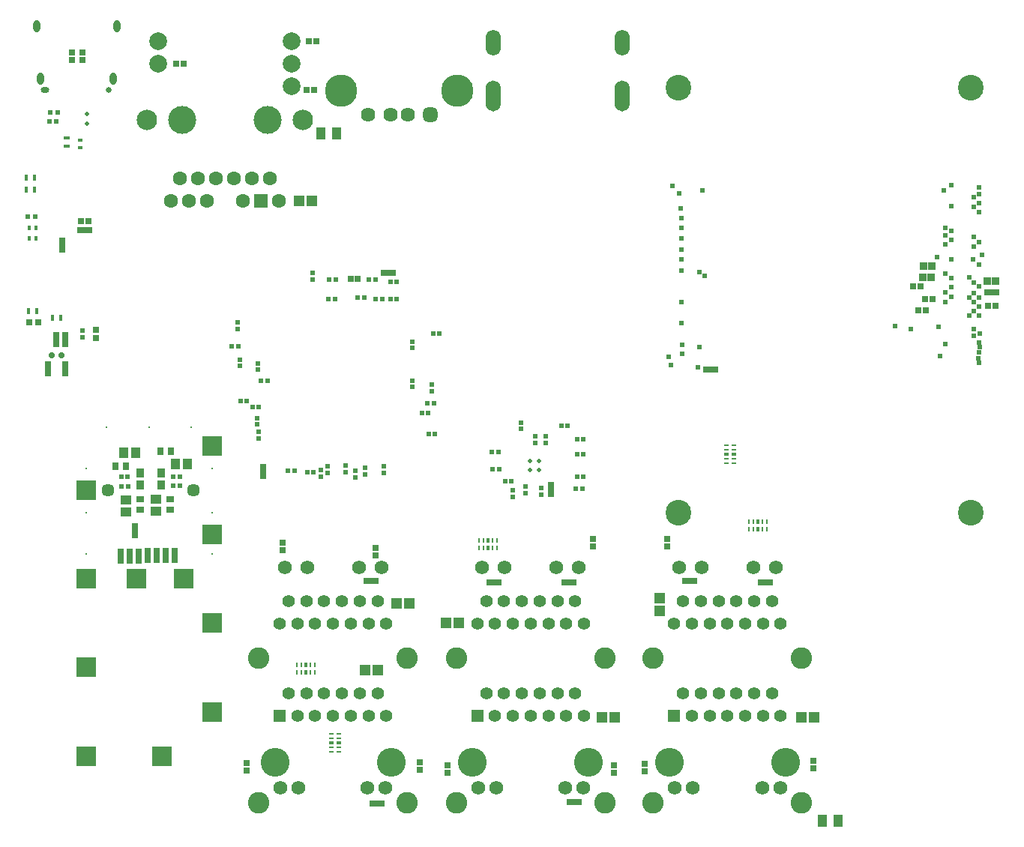
<source format=gbs>
G04*
G04 #@! TF.GenerationSoftware,Altium Limited,Altium Designer,24.9.1 (31)*
G04*
G04 Layer_Color=16711935*
%FSLAX44Y44*%
%MOMM*%
G71*
G04*
G04 #@! TF.SameCoordinates,5CB356DA-BA5B-4781-A63E-117D8A58D640*
G04*
G04*
G04 #@! TF.FilePolarity,Negative*
G04*
G01*
G75*
%ADD30R,0.9000X0.7500*%
G04:AMPARAMS|DCode=31|XSize=0.565mm|YSize=0.2mm|CornerRadius=0.05mm|HoleSize=0mm|Usage=FLASHONLY|Rotation=90.000|XOffset=0mm|YOffset=0mm|HoleType=Round|Shape=RoundedRectangle|*
%AMROUNDEDRECTD31*
21,1,0.5650,0.1000,0,0,90.0*
21,1,0.4650,0.2000,0,0,90.0*
1,1,0.1000,0.0500,0.2325*
1,1,0.1000,0.0500,-0.2325*
1,1,0.1000,-0.0500,-0.2325*
1,1,0.1000,-0.0500,0.2325*
%
%ADD31ROUNDEDRECTD31*%
%ADD38R,0.7500X0.9000*%
%ADD42R,0.5811X0.5121*%
%ADD43R,0.4000X0.5000*%
%ADD44R,0.5200X0.5200*%
%ADD46R,0.5121X0.5811*%
%ADD53R,0.5200X0.5200*%
%ADD55R,0.9582X1.1061*%
%ADD61R,0.4500X0.6750*%
%ADD68R,0.6750X0.4500*%
%ADD80R,0.6725X0.7154*%
%ADD83R,0.7154X0.6725*%
%ADD93R,0.5153X0.4725*%
G04:AMPARAMS|DCode=100|XSize=0.565mm|YSize=0.4mm|CornerRadius=0.05mm|HoleSize=0mm|Usage=FLASHONLY|Rotation=90.000|XOffset=0mm|YOffset=0mm|HoleType=Round|Shape=RoundedRectangle|*
%AMROUNDEDRECTD100*
21,1,0.5650,0.3000,0,0,90.0*
21,1,0.4650,0.4000,0,0,90.0*
1,1,0.1000,0.1500,0.2325*
1,1,0.1000,0.1500,-0.2325*
1,1,0.1000,-0.1500,-0.2325*
1,1,0.1000,-0.1500,0.2325*
%
%ADD100ROUNDEDRECTD100*%
%ADD108R,1.1032X1.2032*%
%ADD109R,1.2032X1.1032*%
%ADD114R,0.8032X0.7532*%
%ADD115R,0.7532X0.8032*%
%ADD117R,0.8032X0.8532*%
%ADD124R,0.8532X0.8032*%
%ADD126R,0.9032X0.8532*%
%ADD136O,1.7032X2.9032*%
%ADD137O,1.7032X3.5032*%
%ADD138C,3.2512*%
%ADD139C,2.4248*%
%ADD140C,1.5660*%
%ADD141R,1.3890X1.3890*%
%ADD142C,1.3890*%
%ADD143R,2.2032X2.2032*%
%ADD144C,0.2032*%
%ADD145C,2.9032*%
%ADD146C,1.6232*%
G04:AMPARAMS|DCode=147|XSize=1.6232mm|YSize=1.6232mm|CornerRadius=0.4566mm|HoleSize=0mm|Usage=FLASHONLY|Rotation=180.000|XOffset=0mm|YOffset=0mm|HoleType=Round|Shape=RoundedRectangle|*
%AMROUNDEDRECTD147*
21,1,1.6232,0.7100,0,0,180.0*
21,1,0.7100,1.6232,0,0,180.0*
1,1,0.9132,-0.3550,0.3550*
1,1,0.9132,0.3550,0.3550*
1,1,0.9132,0.3550,-0.3550*
1,1,0.9132,-0.3550,-0.3550*
%
%ADD147ROUNDEDRECTD147*%
%ADD148C,3.6532*%
G04:AMPARAMS|DCode=149|XSize=0.8mm|YSize=1.4mm|CornerRadius=0.4mm|HoleSize=0mm|Usage=FLASHONLY|Rotation=180.000|XOffset=0mm|YOffset=0mm|HoleType=Round|Shape=RoundedRectangle|*
%AMROUNDEDRECTD149*
21,1,0.8000,0.6000,0,0,180.0*
21,1,0.0000,1.4000,0,0,180.0*
1,1,0.8000,0.0000,0.3000*
1,1,0.8000,0.0000,0.3000*
1,1,0.8000,0.0000,-0.3000*
1,1,0.8000,0.0000,-0.3000*
%
%ADD149ROUNDEDRECTD149*%
G04:AMPARAMS|DCode=150|XSize=0.95mm|YSize=0.65mm|CornerRadius=0.325mm|HoleSize=0mm|Usage=FLASHONLY|Rotation=180.000|XOffset=0mm|YOffset=0mm|HoleType=Round|Shape=RoundedRectangle|*
%AMROUNDEDRECTD150*
21,1,0.9500,0.0000,0,0,180.0*
21,1,0.3000,0.6500,0,0,180.0*
1,1,0.6500,-0.1500,0.0000*
1,1,0.6500,0.1500,0.0000*
1,1,0.6500,0.1500,0.0000*
1,1,0.6500,-0.1500,0.0000*
%
%ADD150ROUNDEDRECTD150*%
%ADD151C,0.6500*%
%ADD152C,1.6032*%
%ADD153R,1.6032X1.6032*%
%ADD154C,2.3032*%
%ADD155C,2.0032*%
%ADD156C,3.1532*%
%ADD157C,1.4532*%
%ADD158C,0.6096*%
%ADD159C,0.5032*%
%ADD160C,0.5000*%
%ADD161C,0.7032*%
G04:AMPARAMS|DCode=195|XSize=0.565mm|YSize=0.2mm|CornerRadius=0.05mm|HoleSize=0mm|Usage=FLASHONLY|Rotation=180.000|XOffset=0mm|YOffset=0mm|HoleType=Round|Shape=RoundedRectangle|*
%AMROUNDEDRECTD195*
21,1,0.5650,0.1000,0,0,180.0*
21,1,0.4650,0.2000,0,0,180.0*
1,1,0.1000,-0.2325,0.0500*
1,1,0.1000,0.2325,0.0500*
1,1,0.1000,0.2325,-0.0500*
1,1,0.1000,-0.2325,-0.0500*
%
%ADD195ROUNDEDRECTD195*%
G04:AMPARAMS|DCode=196|XSize=0.565mm|YSize=0.4mm|CornerRadius=0.05mm|HoleSize=0mm|Usage=FLASHONLY|Rotation=180.000|XOffset=0mm|YOffset=0mm|HoleType=Round|Shape=RoundedRectangle|*
%AMROUNDEDRECTD196*
21,1,0.5650,0.3000,0,0,180.0*
21,1,0.4650,0.4000,0,0,180.0*
1,1,0.1000,-0.2325,0.1500*
1,1,0.1000,0.2325,0.1500*
1,1,0.1000,0.2325,-0.1500*
1,1,0.1000,-0.2325,-0.1500*
%
%ADD196ROUNDEDRECTD196*%
%ADD197R,0.5000X0.4000*%
%ADD200R,0.7532X0.7032*%
%ADD201R,1.1532X1.2532*%
%ADD202R,1.2532X1.1532*%
%ADD203R,1.0032X1.4032*%
D30*
X186690Y407320D02*
D03*
Y395320D02*
D03*
X152730Y407320D02*
D03*
Y395320D02*
D03*
D31*
X840900Y382270D02*
D03*
X845900D02*
D03*
X855900D02*
D03*
X860900D02*
D03*
Y373920D02*
D03*
X855900D02*
D03*
X845900D02*
D03*
X840900D02*
D03*
X536100Y361045D02*
D03*
X541100D02*
D03*
X551100D02*
D03*
X556100D02*
D03*
Y352695D02*
D03*
X551100D02*
D03*
X541100D02*
D03*
X536100D02*
D03*
X350360Y220075D02*
D03*
X345360D02*
D03*
X335360D02*
D03*
X330360D02*
D03*
Y211725D02*
D03*
X335360D02*
D03*
X345360D02*
D03*
X350360D02*
D03*
D38*
X175668Y461963D02*
D03*
X187668D02*
D03*
X136931Y444901D02*
D03*
X124931D02*
D03*
D42*
X365677Y633588D02*
D03*
X372987D02*
D03*
X411635Y655320D02*
D03*
X418945D02*
D03*
X484025Y594360D02*
D03*
X491335D02*
D03*
X426565Y633730D02*
D03*
X419255D02*
D03*
X406245Y635000D02*
D03*
X398935D02*
D03*
X366776Y655647D02*
D03*
X374086D02*
D03*
X435765Y652780D02*
D03*
X443075D02*
D03*
X264005Y580390D02*
D03*
X256695D02*
D03*
X435765Y633730D02*
D03*
X443075D02*
D03*
X477675Y515620D02*
D03*
X484985D02*
D03*
X471269Y504688D02*
D03*
X478579D02*
D03*
X320195Y439420D02*
D03*
X327505D02*
D03*
X273468Y518501D02*
D03*
X266157D02*
D03*
X289385Y541300D02*
D03*
X296695D02*
D03*
X478945Y481330D02*
D03*
X486255D02*
D03*
X349095Y438150D02*
D03*
X341785D02*
D03*
X279709Y511810D02*
D03*
X287020D02*
D03*
X558755Y440955D02*
D03*
X551445D02*
D03*
X557695Y460979D02*
D03*
X550384D02*
D03*
X628805Y490220D02*
D03*
X636115D02*
D03*
X646585Y458470D02*
D03*
X653895D02*
D03*
X646585Y433070D02*
D03*
X653895D02*
D03*
X645315Y419100D02*
D03*
X652625D02*
D03*
X646585Y474980D02*
D03*
X653895D02*
D03*
X565305Y427990D02*
D03*
X572615D02*
D03*
X190655Y433070D02*
D03*
X197965D02*
D03*
X139038Y432509D02*
D03*
X131728D02*
D03*
X190655Y422910D02*
D03*
X197965D02*
D03*
X139391Y421640D02*
D03*
X132080D02*
D03*
D43*
X35750Y713740D02*
D03*
X27750D02*
D03*
X35750Y702310D02*
D03*
X27750D02*
D03*
D44*
X87630Y590360D02*
D03*
Y598360D02*
D03*
D46*
X262890Y599595D02*
D03*
Y606905D02*
D03*
X347980Y655475D02*
D03*
Y662785D02*
D03*
X460782Y578333D02*
D03*
Y585644D02*
D03*
X460691Y534135D02*
D03*
Y541446D02*
D03*
X406911Y443145D02*
D03*
Y435834D02*
D03*
X356870Y440535D02*
D03*
Y433225D02*
D03*
X266068Y557833D02*
D03*
Y565144D02*
D03*
X427990Y444345D02*
D03*
Y437035D02*
D03*
X384810Y445615D02*
D03*
Y438305D02*
D03*
X364490Y444345D02*
D03*
Y437035D02*
D03*
X285370Y499145D02*
D03*
Y491835D02*
D03*
X482600Y529745D02*
D03*
Y537055D02*
D03*
X396240Y439265D02*
D03*
Y431955D02*
D03*
X287020Y483715D02*
D03*
Y476405D02*
D03*
X286393Y553715D02*
D03*
Y561025D02*
D03*
X583092Y486809D02*
D03*
Y494119D02*
D03*
X599440Y478635D02*
D03*
Y471325D02*
D03*
X574040Y410365D02*
D03*
Y417675D02*
D03*
X610870Y478635D02*
D03*
Y471325D02*
D03*
X588010Y421485D02*
D03*
Y414175D02*
D03*
X605790Y412905D02*
D03*
Y420215D02*
D03*
D53*
X34480Y726440D02*
D03*
X26480D02*
D03*
X51880Y844550D02*
D03*
X59880D02*
D03*
D55*
X176860Y423769D02*
D03*
Y437291D02*
D03*
X152730Y423769D02*
D03*
Y437291D02*
D03*
D61*
X63045Y612140D02*
D03*
X53795D02*
D03*
X33835Y770890D02*
D03*
X24585D02*
D03*
X33835Y756920D02*
D03*
X24585D02*
D03*
X36375Y619760D02*
D03*
X27125D02*
D03*
D68*
X69850Y806685D02*
D03*
Y815935D02*
D03*
D80*
X102870Y589574D02*
D03*
Y599146D02*
D03*
D83*
X37806Y607060D02*
D03*
X28234D02*
D03*
D93*
X50824Y834390D02*
D03*
X58396D02*
D03*
D100*
X850900Y382270D02*
D03*
Y373920D02*
D03*
X546100Y361045D02*
D03*
Y352695D02*
D03*
X340360Y220075D02*
D03*
Y211725D02*
D03*
D108*
X206140Y447040D02*
D03*
X192640D02*
D03*
X134220Y459740D02*
D03*
X147720D02*
D03*
D109*
X171099Y393931D02*
D03*
Y407431D02*
D03*
X137160Y393300D02*
D03*
Y406800D02*
D03*
D114*
X1039690Y633730D02*
D03*
X1048190D02*
D03*
X1025720Y647700D02*
D03*
X1034220D02*
D03*
X1110374Y626034D02*
D03*
X1118874D02*
D03*
X1032070Y621030D02*
D03*
X1040570D02*
D03*
X202370Y899160D02*
D03*
X193870D02*
D03*
X352230Y924560D02*
D03*
X343730D02*
D03*
X349690Y869950D02*
D03*
X341190D02*
D03*
X85920Y721360D02*
D03*
X94420D02*
D03*
D115*
X748030Y353890D02*
D03*
Y362390D02*
D03*
X664210Y353890D02*
D03*
Y362390D02*
D03*
X419220Y343931D02*
D03*
Y352431D02*
D03*
X313690Y350080D02*
D03*
Y358580D02*
D03*
X722630Y108390D02*
D03*
Y99890D02*
D03*
X913130Y112200D02*
D03*
Y103700D02*
D03*
X273050Y101160D02*
D03*
Y109660D02*
D03*
X468850Y102026D02*
D03*
Y110526D02*
D03*
X500380Y98620D02*
D03*
Y107120D02*
D03*
X688340Y98620D02*
D03*
Y107120D02*
D03*
X87630Y903800D02*
D03*
Y912300D02*
D03*
X76200Y903800D02*
D03*
Y912300D02*
D03*
D117*
X292100Y442840D02*
D03*
Y434340D02*
D03*
X64770Y698940D02*
D03*
Y690440D02*
D03*
X617220Y414020D02*
D03*
Y422520D02*
D03*
X147320Y376360D02*
D03*
Y367860D02*
D03*
X191770Y348420D02*
D03*
Y339920D02*
D03*
X140970Y347590D02*
D03*
Y339090D02*
D03*
X130810Y347150D02*
D03*
Y338650D02*
D03*
X151130Y347150D02*
D03*
Y338650D02*
D03*
X161290Y348420D02*
D03*
Y339920D02*
D03*
X171488Y348642D02*
D03*
Y340142D02*
D03*
X181610Y348420D02*
D03*
Y339920D02*
D03*
X48920Y559230D02*
D03*
Y550730D02*
D03*
X68580Y558800D02*
D03*
Y550300D02*
D03*
Y583760D02*
D03*
Y592260D02*
D03*
X58420D02*
D03*
Y583760D02*
D03*
D124*
X85920Y711200D02*
D03*
X94420D02*
D03*
X437320Y662940D02*
D03*
X428820D02*
D03*
X801810Y553720D02*
D03*
X793310D02*
D03*
X1119310Y641350D02*
D03*
X1110810D02*
D03*
X777680Y314960D02*
D03*
X769180D02*
D03*
X633290Y313690D02*
D03*
X641790D02*
D03*
X416120Y63500D02*
D03*
X424620D02*
D03*
X556700Y313690D02*
D03*
X548200D02*
D03*
X854710D02*
D03*
X863210D02*
D03*
X409770Y314960D02*
D03*
X418270D02*
D03*
X639458Y65279D02*
D03*
X647958D02*
D03*
D126*
X1037920Y670560D02*
D03*
X1047420D02*
D03*
X1109740Y654034D02*
D03*
X1119240D02*
D03*
X1036650Y657860D02*
D03*
X1046150D02*
D03*
D136*
X552260Y922710D02*
D03*
X697260D02*
D03*
D137*
X552260Y862710D02*
D03*
X697260D02*
D03*
D138*
X436372Y109982D02*
D03*
X305308D02*
D03*
X750824D02*
D03*
X881888D02*
D03*
X528574D02*
D03*
X659638D02*
D03*
D139*
X286893Y227838D02*
D03*
X454787D02*
D03*
X286893Y64262D02*
D03*
X454787D02*
D03*
X900303D02*
D03*
X732409D02*
D03*
X900303Y227838D02*
D03*
X732409D02*
D03*
X678053Y64262D02*
D03*
X510159D02*
D03*
X678053Y227838D02*
D03*
X510159D02*
D03*
D140*
X316230Y330200D02*
D03*
X341630D02*
D03*
X400050D02*
D03*
X425450D02*
D03*
X311404Y81534D02*
D03*
X331724D02*
D03*
X409956D02*
D03*
X430276D02*
D03*
X875792D02*
D03*
X855472D02*
D03*
X777240D02*
D03*
X756920D02*
D03*
X870966Y330200D02*
D03*
X845566D02*
D03*
X787146D02*
D03*
X761746D02*
D03*
X653542Y81534D02*
D03*
X633222D02*
D03*
X554990D02*
D03*
X534670D02*
D03*
X648716Y330200D02*
D03*
X623316D02*
D03*
X564896D02*
D03*
X539496D02*
D03*
D141*
X310642Y162560D02*
D03*
X756158D02*
D03*
X533908D02*
D03*
D142*
X330708D02*
D03*
X350774D02*
D03*
X370840D02*
D03*
X390906D02*
D03*
X410972D02*
D03*
X431038D02*
D03*
X320802Y187960D02*
D03*
X340868D02*
D03*
X360934D02*
D03*
X381000D02*
D03*
X401066D02*
D03*
X421132D02*
D03*
X310642Y266700D02*
D03*
X330708D02*
D03*
X350774D02*
D03*
X370840D02*
D03*
X390906D02*
D03*
X410972D02*
D03*
X431038D02*
D03*
X320802Y292100D02*
D03*
X340868D02*
D03*
X360934D02*
D03*
X381000D02*
D03*
X401066D02*
D03*
X421132D02*
D03*
X866648D02*
D03*
X846582D02*
D03*
X826516D02*
D03*
X806450D02*
D03*
X786384D02*
D03*
X766318D02*
D03*
X876554Y266700D02*
D03*
X856488D02*
D03*
X836422D02*
D03*
X816356D02*
D03*
X796290D02*
D03*
X776224D02*
D03*
X756158D02*
D03*
X866648Y187960D02*
D03*
X846582D02*
D03*
X826516D02*
D03*
X806450D02*
D03*
X786384D02*
D03*
X766318D02*
D03*
X876554Y162560D02*
D03*
X856488D02*
D03*
X836422D02*
D03*
X816356D02*
D03*
X796290D02*
D03*
X776224D02*
D03*
X644398Y292100D02*
D03*
X624332D02*
D03*
X604266D02*
D03*
X584200D02*
D03*
X564134D02*
D03*
X544068D02*
D03*
X654304Y266700D02*
D03*
X634238D02*
D03*
X614172D02*
D03*
X594106D02*
D03*
X574040D02*
D03*
X553974D02*
D03*
X533908D02*
D03*
X644398Y187960D02*
D03*
X624332D02*
D03*
X604266D02*
D03*
X584200D02*
D03*
X564134D02*
D03*
X544068D02*
D03*
X654304Y162560D02*
D03*
X634238D02*
D03*
X614172D02*
D03*
X594106D02*
D03*
X574040D02*
D03*
X553974D02*
D03*
D143*
X234312Y167442D02*
D03*
X177612Y117442D02*
D03*
X91812D02*
D03*
Y217442D02*
D03*
X234312Y267442D02*
D03*
X91812Y317442D02*
D03*
X148612D02*
D03*
X202612D02*
D03*
X234312Y367442D02*
D03*
X91812Y417442D02*
D03*
X234312Y467442D02*
D03*
D144*
X234362Y345442D02*
D03*
X91762D02*
D03*
X234362Y392442D02*
D03*
X91762D02*
D03*
Y442442D02*
D03*
X234362D02*
D03*
X115062Y488442D02*
D03*
X163062D02*
D03*
X211062D02*
D03*
D145*
X1091222Y392034D02*
D03*
X761186D02*
D03*
Y872034D02*
D03*
X1091186D02*
D03*
D146*
X435770Y841800D02*
D03*
X455770D02*
D03*
X410770D02*
D03*
D147*
X480770D02*
D03*
D148*
X511470Y868900D02*
D03*
X380070D02*
D03*
D149*
X36700Y941710D02*
D03*
X126500D02*
D03*
X40300Y882210D02*
D03*
X122900D02*
D03*
D150*
X45600Y869710D02*
D03*
D151*
X117600D02*
D03*
D152*
X269240Y744220D02*
D03*
X299720Y769620D02*
D03*
X279400D02*
D03*
X259080D02*
D03*
X238760D02*
D03*
X218440D02*
D03*
X309880Y744220D02*
D03*
X228600D02*
D03*
X208280D02*
D03*
X198120Y769620D02*
D03*
X187960Y744220D02*
D03*
D153*
X289560D02*
D03*
D154*
X161036Y835660D02*
D03*
X336804D02*
D03*
D155*
X173736Y924560D02*
D03*
Y899160D02*
D03*
X324104D02*
D03*
Y924560D02*
D03*
Y873760D02*
D03*
D156*
X200660Y835660D02*
D03*
X297180D02*
D03*
D157*
X117062Y417442D02*
D03*
X213062D02*
D03*
D158*
X1023620Y599440D02*
D03*
X1005840Y603250D02*
D03*
X1052830Y680720D02*
D03*
X1103630Y683260D02*
D03*
X1093576Y678180D02*
D03*
X1101090Y579120D02*
D03*
X1099737Y566814D02*
D03*
X1062239Y583043D02*
D03*
X765048Y581914D02*
D03*
X764794Y629920D02*
D03*
Y606044D02*
D03*
X765491Y571723D02*
D03*
X764148Y713612D02*
D03*
X764695Y665902D02*
D03*
X764415Y678306D02*
D03*
Y689735D02*
D03*
X764286Y702056D02*
D03*
X784606Y579374D02*
D03*
X1062736Y694944D02*
D03*
X1069086Y700024D02*
D03*
Y710184D02*
D03*
X1062736Y705104D02*
D03*
Y713954D02*
D03*
X1056640Y569468D02*
D03*
X1054608Y601980D02*
D03*
X784606Y664114D02*
D03*
X790956Y659384D02*
D03*
X1062736Y661924D02*
D03*
Y641223D02*
D03*
X1069086Y646684D02*
D03*
Y656844D02*
D03*
Y636114D02*
D03*
X1062736Y630174D02*
D03*
X750316Y568452D02*
D03*
X1069086Y762254D02*
D03*
X1100763Y741934D02*
D03*
X1094614Y630046D02*
D03*
Y640462D02*
D03*
X1100836Y647954D02*
D03*
Y672114D02*
D03*
X1094592Y692404D02*
D03*
Y703834D02*
D03*
X1100836Y697484D02*
D03*
Y625094D02*
D03*
X1094199Y591957D02*
D03*
X1100836Y584454D02*
D03*
X1101069Y594614D02*
D03*
X1094486Y599694D02*
D03*
X1089406Y614934D02*
D03*
X1094614Y620143D02*
D03*
X1100836Y614934D02*
D03*
X1089406Y635254D02*
D03*
X1100836D02*
D03*
Y752114D02*
D03*
X1094486Y651764D02*
D03*
X1089406Y657943D02*
D03*
X1069340Y678722D02*
D03*
X1100836Y759714D02*
D03*
X1100846Y731774D02*
D03*
X1094466Y738112D02*
D03*
X1094486Y748284D02*
D03*
X1069086Y738124D02*
D03*
X1060958Y756412D02*
D03*
X782828Y556834D02*
D03*
X752856Y559054D02*
D03*
X788416Y755904D02*
D03*
X1100836Y561594D02*
D03*
Y573024D02*
D03*
X754126Y760984D02*
D03*
X764000Y724667D02*
D03*
X761746Y753110D02*
D03*
X763778Y736346D02*
D03*
D159*
X603170Y440770D02*
D03*
X593170D02*
D03*
Y450770D02*
D03*
X603170D02*
D03*
D160*
X92710Y842430D02*
D03*
Y831430D02*
D03*
D161*
X63920Y570230D02*
D03*
X52920D02*
D03*
D195*
X814975Y468470D02*
D03*
Y463470D02*
D03*
Y453470D02*
D03*
Y448470D02*
D03*
X823325D02*
D03*
Y453470D02*
D03*
Y463470D02*
D03*
Y468470D02*
D03*
X377555Y122080D02*
D03*
Y127080D02*
D03*
Y137080D02*
D03*
Y142080D02*
D03*
X369205D02*
D03*
Y137080D02*
D03*
Y127080D02*
D03*
Y122080D02*
D03*
D196*
X814975Y458470D02*
D03*
X823325D02*
D03*
X377555Y132080D02*
D03*
X369205D02*
D03*
D197*
X85090Y804770D02*
D03*
Y812770D02*
D03*
D200*
X398720Y656590D02*
D03*
X391220D02*
D03*
D201*
X674740Y161290D02*
D03*
X689240D02*
D03*
X406770Y214630D02*
D03*
X421270D02*
D03*
X899530Y161290D02*
D03*
X914030D02*
D03*
X512710Y267970D02*
D03*
X498210D02*
D03*
X442330Y289560D02*
D03*
X456830D02*
D03*
X332740Y744220D02*
D03*
X347240D02*
D03*
D202*
X740006Y281651D02*
D03*
Y296151D02*
D03*
D203*
X374760Y820420D02*
D03*
X356760D02*
D03*
X941180Y44450D02*
D03*
X923180D02*
D03*
M02*

</source>
